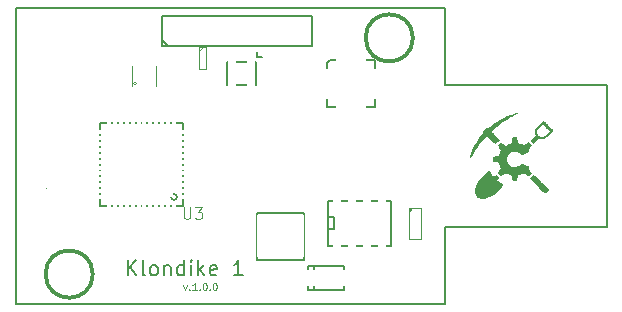
<source format=gto>
G04 (created by PCBNEW (2013-05-16 BZR 4016)-stable) date 11. 1. 2014 1:24:09*
%MOIN*%
G04 Gerber Fmt 3.4, Leading zero omitted, Abs format*
%FSLAX34Y34*%
G01*
G70*
G90*
G04 APERTURE LIST*
%ADD10C,0.00590551*%
%ADD11C,0.00393701*%
%ADD12C,0.00787402*%
%ADD13C,0.005*%
%ADD14C,0.0031*%
%ADD15C,0.003*%
%ADD16C,0.011811*%
%ADD17C,0.0001*%
%ADD18C,0.0079*%
%ADD19C,0.0019685*%
%ADD20C,0.000984252*%
%ADD21R,0.0314961X0.0590551*%
%ADD22R,0.137795X0.102362*%
%ADD23R,0.0255906X0.0334646*%
%ADD24R,0.0433X0.0393*%
%ADD25R,0.0393X0.0433*%
%ADD26R,0.0590551X0.141732*%
%ADD27R,0.0394X0.0315*%
%ADD28R,0.0118X0.0196*%
%ADD29R,0.0196X0.0118*%
%ADD30R,0.212598X0.212598*%
%ADD31R,0.0314961X0.0393701*%
%ADD32R,0.05X0.05*%
%ADD33R,0.0217X0.0118*%
%ADD34R,0.023622X0.019685*%
%ADD35R,0.0275591X0.019685*%
%ADD36R,0.019685X0.0275591*%
%ADD37R,0.0275591X0.0354331*%
%ADD38R,0.0511811X0.0551181*%
%ADD39C,0.11811*%
%ADD40R,0.0787402X0.05*%
%ADD41R,0.0314961X0.0314961*%
%ADD42R,0.110236X0.110236*%
%ADD43R,0.0433071X0.023622*%
%ADD44R,0.023622X0.0433071*%
%ADD45R,0.023622X0.043311*%
%ADD46R,0.0255906X0.0393701*%
%ADD47R,0.0216535X0.0393701*%
G04 APERTURE END LIST*
G54D10*
G54D11*
X26374Y-19897D02*
X26430Y-20054D01*
X26486Y-19897D01*
X26576Y-20032D02*
X26588Y-20043D01*
X26576Y-20054D01*
X26565Y-20043D01*
X26576Y-20032D01*
X26576Y-20054D01*
X26813Y-20054D02*
X26678Y-20054D01*
X26745Y-20054D02*
X26745Y-19818D01*
X26723Y-19852D01*
X26700Y-19874D01*
X26678Y-19885D01*
X26914Y-20032D02*
X26925Y-20043D01*
X26914Y-20054D01*
X26903Y-20043D01*
X26914Y-20032D01*
X26914Y-20054D01*
X27071Y-19818D02*
X27094Y-19818D01*
X27116Y-19829D01*
X27128Y-19840D01*
X27139Y-19863D01*
X27150Y-19908D01*
X27150Y-19964D01*
X27139Y-20009D01*
X27128Y-20032D01*
X27116Y-20043D01*
X27094Y-20054D01*
X27071Y-20054D01*
X27049Y-20043D01*
X27038Y-20032D01*
X27026Y-20009D01*
X27015Y-19964D01*
X27015Y-19908D01*
X27026Y-19863D01*
X27038Y-19840D01*
X27049Y-19829D01*
X27071Y-19818D01*
X27251Y-20032D02*
X27263Y-20043D01*
X27251Y-20054D01*
X27240Y-20043D01*
X27251Y-20032D01*
X27251Y-20054D01*
X27409Y-19818D02*
X27431Y-19818D01*
X27454Y-19829D01*
X27465Y-19840D01*
X27476Y-19863D01*
X27487Y-19908D01*
X27487Y-19964D01*
X27476Y-20009D01*
X27465Y-20032D01*
X27454Y-20043D01*
X27431Y-20054D01*
X27409Y-20054D01*
X27386Y-20043D01*
X27375Y-20032D01*
X27364Y-20009D01*
X27353Y-19964D01*
X27353Y-19908D01*
X27364Y-19863D01*
X27375Y-19840D01*
X27386Y-19829D01*
X27409Y-19818D01*
G54D10*
X20795Y-20510D02*
X20795Y-10667D01*
G54D12*
X25706Y-11750D02*
X25873Y-11917D01*
X28836Y-12281D02*
X28984Y-12281D01*
X28836Y-12114D02*
X28836Y-12281D01*
G54D11*
X26380Y-17293D02*
X26380Y-17612D01*
X26399Y-17649D01*
X26418Y-17668D01*
X26455Y-17687D01*
X26530Y-17687D01*
X26568Y-17668D01*
X26587Y-17649D01*
X26605Y-17612D01*
X26605Y-17293D01*
X26755Y-17293D02*
X26999Y-17293D01*
X26868Y-17443D01*
X26924Y-17443D01*
X26962Y-17462D01*
X26980Y-17480D01*
X26999Y-17518D01*
X26999Y-17612D01*
X26980Y-17649D01*
X26962Y-17668D01*
X26924Y-17687D01*
X26812Y-17687D01*
X26774Y-17668D01*
X26755Y-17649D01*
G54D12*
X24520Y-19570D02*
X24520Y-19070D01*
X24805Y-19570D02*
X24591Y-19285D01*
X24805Y-19070D02*
X24520Y-19356D01*
X25091Y-19570D02*
X25044Y-19546D01*
X25020Y-19499D01*
X25020Y-19070D01*
X25353Y-19570D02*
X25305Y-19546D01*
X25282Y-19523D01*
X25258Y-19475D01*
X25258Y-19332D01*
X25282Y-19285D01*
X25305Y-19261D01*
X25353Y-19237D01*
X25425Y-19237D01*
X25472Y-19261D01*
X25496Y-19285D01*
X25520Y-19332D01*
X25520Y-19475D01*
X25496Y-19523D01*
X25472Y-19546D01*
X25425Y-19570D01*
X25353Y-19570D01*
X25734Y-19237D02*
X25734Y-19570D01*
X25734Y-19285D02*
X25758Y-19261D01*
X25805Y-19237D01*
X25877Y-19237D01*
X25925Y-19261D01*
X25948Y-19308D01*
X25948Y-19570D01*
X26401Y-19570D02*
X26401Y-19070D01*
X26401Y-19546D02*
X26353Y-19570D01*
X26258Y-19570D01*
X26210Y-19546D01*
X26186Y-19523D01*
X26163Y-19475D01*
X26163Y-19332D01*
X26186Y-19285D01*
X26210Y-19261D01*
X26258Y-19237D01*
X26353Y-19237D01*
X26401Y-19261D01*
X26639Y-19570D02*
X26639Y-19237D01*
X26639Y-19070D02*
X26615Y-19094D01*
X26639Y-19118D01*
X26663Y-19094D01*
X26639Y-19070D01*
X26639Y-19118D01*
X26877Y-19570D02*
X26877Y-19070D01*
X26925Y-19380D02*
X27067Y-19570D01*
X27067Y-19237D02*
X26877Y-19427D01*
X27472Y-19546D02*
X27425Y-19570D01*
X27329Y-19570D01*
X27282Y-19546D01*
X27258Y-19499D01*
X27258Y-19308D01*
X27282Y-19261D01*
X27329Y-19237D01*
X27425Y-19237D01*
X27472Y-19261D01*
X27496Y-19308D01*
X27496Y-19356D01*
X27258Y-19404D01*
X28353Y-19570D02*
X28067Y-19570D01*
X28210Y-19570D02*
X28210Y-19070D01*
X28163Y-19142D01*
X28115Y-19189D01*
X28067Y-19213D01*
G54D10*
X35106Y-13206D02*
X35106Y-10667D01*
X40480Y-13206D02*
X35106Y-13206D01*
X35106Y-17970D02*
X35106Y-20510D01*
X40480Y-17970D02*
X35106Y-17970D01*
G54D12*
X20795Y-10667D02*
X35106Y-10667D01*
G54D10*
X40480Y-13206D02*
X40480Y-17970D01*
X35106Y-20510D02*
X20795Y-20510D01*
G54D13*
X31201Y-18532D02*
X31201Y-18582D01*
X31201Y-18582D02*
X33301Y-18582D01*
X33301Y-17082D02*
X31201Y-17082D01*
X31201Y-17082D02*
X31201Y-18532D01*
X31201Y-17632D02*
X31401Y-17632D01*
X31401Y-17632D02*
X31401Y-18032D01*
X31401Y-18032D02*
X31201Y-18032D01*
X33301Y-17082D02*
X33301Y-18582D01*
G54D10*
X28797Y-12449D02*
X27812Y-12449D01*
X27812Y-12449D02*
X27812Y-13236D01*
X27812Y-13236D02*
X28797Y-13236D01*
X28797Y-13236D02*
X28797Y-12449D01*
X30401Y-19053D02*
X30401Y-17478D01*
X30401Y-17478D02*
X28826Y-17478D01*
X28826Y-17478D02*
X28826Y-19053D01*
X28826Y-19053D02*
X30401Y-19053D01*
G54D14*
X34007Y-17389D02*
G75*
G03X34007Y-17389I-62J0D01*
G74*
G01*
X34282Y-18352D02*
X33882Y-18352D01*
X34282Y-17327D02*
X33882Y-17327D01*
X33882Y-18352D02*
X33882Y-17327D01*
X34282Y-17327D02*
X34282Y-18352D01*
G54D13*
X23601Y-14497D02*
X23601Y-17251D01*
X23601Y-17251D02*
X26355Y-17251D01*
X26355Y-17251D02*
X26355Y-14497D01*
X26355Y-14497D02*
X23601Y-14497D01*
X26158Y-16956D02*
G75*
G03X26158Y-16956I-98J0D01*
G74*
G01*
X30678Y-10915D02*
X30678Y-11915D01*
X30678Y-11915D02*
X25675Y-11915D01*
X25675Y-11905D02*
X25675Y-10905D01*
X25675Y-10915D02*
X30678Y-10915D01*
G54D15*
X27015Y-11967D02*
X26897Y-12085D01*
X27133Y-11967D02*
X27133Y-12675D01*
X27133Y-12675D02*
X26897Y-12675D01*
X26897Y-12675D02*
X26897Y-11967D01*
X26897Y-11967D02*
X27133Y-11967D01*
G54D13*
X30731Y-20044D02*
X30731Y-19256D01*
X30534Y-20044D02*
X31716Y-20044D01*
X31716Y-20044D02*
X31716Y-19256D01*
X31716Y-19256D02*
X30534Y-19256D01*
X30534Y-19256D02*
X30534Y-20044D01*
G54D16*
X34023Y-11651D02*
G75*
G03X34023Y-11651I-787J0D01*
G74*
G01*
X23354Y-19525D02*
G75*
G03X23354Y-19525I-787J0D01*
G74*
G01*
G54D17*
G36*
X38385Y-14407D02*
X38391Y-14411D01*
X38405Y-14423D01*
X38425Y-14441D01*
X38450Y-14465D01*
X38478Y-14493D01*
X38510Y-14523D01*
X38516Y-14529D01*
X38350Y-14529D01*
X38269Y-14612D01*
X38235Y-14647D01*
X38209Y-14675D01*
X38190Y-14699D01*
X38177Y-14720D01*
X38169Y-14740D01*
X38165Y-14760D01*
X38163Y-14782D01*
X38163Y-14791D01*
X38168Y-14836D01*
X38185Y-14876D01*
X38212Y-14910D01*
X38248Y-14936D01*
X38259Y-14942D01*
X38290Y-14951D01*
X38327Y-14954D01*
X38363Y-14951D01*
X38395Y-14942D01*
X38406Y-14935D01*
X38424Y-14921D01*
X38446Y-14903D01*
X38471Y-14880D01*
X38496Y-14857D01*
X38521Y-14833D01*
X38544Y-14810D01*
X38563Y-14791D01*
X38576Y-14776D01*
X38581Y-14768D01*
X38581Y-14767D01*
X38577Y-14761D01*
X38565Y-14748D01*
X38547Y-14728D01*
X38523Y-14704D01*
X38496Y-14675D01*
X38466Y-14645D01*
X38350Y-14529D01*
X38516Y-14529D01*
X38542Y-14556D01*
X38575Y-14589D01*
X38607Y-14621D01*
X38636Y-14651D01*
X38663Y-14679D01*
X38684Y-14702D01*
X38700Y-14719D01*
X38709Y-14730D01*
X38710Y-14733D01*
X38706Y-14740D01*
X38694Y-14753D01*
X38676Y-14774D01*
X38652Y-14799D01*
X38624Y-14828D01*
X38592Y-14860D01*
X38589Y-14863D01*
X38552Y-14900D01*
X38522Y-14929D01*
X38498Y-14952D01*
X38478Y-14969D01*
X38462Y-14982D01*
X38448Y-14992D01*
X38435Y-15000D01*
X38424Y-15005D01*
X38402Y-15015D01*
X38384Y-15021D01*
X38365Y-15024D01*
X38341Y-15025D01*
X38326Y-15025D01*
X38293Y-15024D01*
X38269Y-15020D01*
X38249Y-15014D01*
X38243Y-15012D01*
X38215Y-14999D01*
X38127Y-15086D01*
X38040Y-15173D01*
X37992Y-15125D01*
X37945Y-15077D01*
X38032Y-14990D01*
X38061Y-14960D01*
X38083Y-14938D01*
X38098Y-14921D01*
X38108Y-14910D01*
X38113Y-14901D01*
X38114Y-14895D01*
X38112Y-14890D01*
X38111Y-14887D01*
X38096Y-14845D01*
X38090Y-14798D01*
X38095Y-14749D01*
X38110Y-14701D01*
X38116Y-14687D01*
X38124Y-14672D01*
X38133Y-14658D01*
X38144Y-14643D01*
X38159Y-14625D01*
X38179Y-14604D01*
X38205Y-14577D01*
X38238Y-14544D01*
X38257Y-14525D01*
X38288Y-14494D01*
X38317Y-14466D01*
X38343Y-14442D01*
X38363Y-14424D01*
X38378Y-14411D01*
X38384Y-14407D01*
X38385Y-14407D01*
X38385Y-14407D01*
X38385Y-14407D01*
G37*
G36*
X38053Y-16209D02*
X38058Y-16214D01*
X38071Y-16225D01*
X38091Y-16244D01*
X38116Y-16268D01*
X38146Y-16297D01*
X38180Y-16329D01*
X38207Y-16355D01*
X38249Y-16396D01*
X38293Y-16439D01*
X38337Y-16482D01*
X38379Y-16523D01*
X38417Y-16560D01*
X38450Y-16592D01*
X38457Y-16599D01*
X38490Y-16631D01*
X38515Y-16657D01*
X38534Y-16676D01*
X38546Y-16691D01*
X38553Y-16702D01*
X38556Y-16709D01*
X38557Y-16713D01*
X38555Y-16723D01*
X38548Y-16734D01*
X38535Y-16750D01*
X38515Y-16771D01*
X38502Y-16783D01*
X38480Y-16804D01*
X38460Y-16821D01*
X38445Y-16833D01*
X38436Y-16837D01*
X38436Y-16837D01*
X38427Y-16833D01*
X38412Y-16820D01*
X38390Y-16800D01*
X38363Y-16774D01*
X38332Y-16743D01*
X38304Y-16715D01*
X38270Y-16681D01*
X38231Y-16641D01*
X38189Y-16598D01*
X38146Y-16555D01*
X38104Y-16512D01*
X38083Y-16491D01*
X37927Y-16332D01*
X37988Y-16271D01*
X38010Y-16249D01*
X38029Y-16230D01*
X38044Y-16217D01*
X38052Y-16210D01*
X38053Y-16209D01*
X38053Y-16209D01*
X38053Y-16209D01*
G37*
G36*
X37491Y-14960D02*
X37505Y-15036D01*
X37512Y-15076D01*
X37517Y-15106D01*
X37522Y-15128D01*
X37527Y-15142D01*
X37533Y-15151D01*
X37541Y-15157D01*
X37552Y-15161D01*
X37566Y-15164D01*
X37570Y-15165D01*
X37595Y-15173D01*
X37625Y-15184D01*
X37656Y-15197D01*
X37671Y-15204D01*
X37730Y-15232D01*
X37807Y-15179D01*
X37835Y-15161D01*
X37858Y-15146D01*
X37877Y-15134D01*
X37888Y-15127D01*
X37890Y-15127D01*
X37896Y-15131D01*
X37909Y-15142D01*
X37927Y-15158D01*
X37944Y-15175D01*
X37992Y-15224D01*
X37936Y-15305D01*
X37881Y-15386D01*
X37899Y-15414D01*
X37908Y-15431D01*
X37912Y-15443D01*
X37912Y-15447D01*
X37905Y-15450D01*
X37889Y-15458D01*
X37864Y-15468D01*
X37833Y-15481D01*
X37798Y-15496D01*
X37777Y-15505D01*
X37647Y-15559D01*
X37612Y-15521D01*
X37569Y-15483D01*
X37521Y-15456D01*
X37471Y-15440D01*
X37418Y-15434D01*
X37365Y-15441D01*
X37313Y-15458D01*
X37277Y-15478D01*
X37235Y-15512D01*
X37202Y-15553D01*
X37179Y-15599D01*
X37165Y-15649D01*
X37161Y-15701D01*
X37167Y-15752D01*
X37184Y-15803D01*
X37211Y-15850D01*
X37211Y-15851D01*
X37247Y-15889D01*
X37290Y-15920D01*
X37338Y-15942D01*
X37389Y-15954D01*
X37441Y-15955D01*
X37478Y-15949D01*
X37518Y-15936D01*
X37551Y-15920D01*
X37582Y-15897D01*
X37608Y-15873D01*
X37625Y-15856D01*
X37639Y-15843D01*
X37647Y-15835D01*
X37649Y-15834D01*
X37656Y-15836D01*
X37672Y-15843D01*
X37696Y-15852D01*
X37725Y-15864D01*
X37757Y-15877D01*
X37791Y-15891D01*
X37824Y-15905D01*
X37854Y-15918D01*
X37880Y-15929D01*
X37899Y-15938D01*
X37910Y-15943D01*
X37912Y-15943D01*
X37911Y-15951D01*
X37905Y-15965D01*
X37898Y-15976D01*
X37881Y-16005D01*
X37935Y-16084D01*
X37990Y-16164D01*
X37939Y-16215D01*
X37887Y-16266D01*
X37810Y-16213D01*
X37783Y-16195D01*
X37759Y-16179D01*
X37740Y-16167D01*
X37729Y-16161D01*
X37727Y-16160D01*
X37718Y-16163D01*
X37702Y-16171D01*
X37687Y-16178D01*
X37667Y-16188D01*
X37640Y-16200D01*
X37609Y-16211D01*
X37591Y-16218D01*
X37562Y-16227D01*
X37544Y-16234D01*
X37533Y-16240D01*
X37527Y-16246D01*
X37524Y-16254D01*
X37522Y-16259D01*
X37520Y-16274D01*
X37515Y-16297D01*
X37510Y-16325D01*
X37505Y-16355D01*
X37491Y-16431D01*
X37419Y-16431D01*
X37347Y-16431D01*
X37329Y-16336D01*
X37323Y-16303D01*
X37317Y-16274D01*
X37312Y-16252D01*
X37309Y-16239D01*
X37308Y-16236D01*
X37301Y-16232D01*
X37285Y-16225D01*
X37263Y-16218D01*
X37252Y-16214D01*
X37222Y-16203D01*
X37190Y-16189D01*
X37163Y-16175D01*
X37160Y-16174D01*
X37120Y-16150D01*
X37035Y-16208D01*
X36950Y-16266D01*
X36898Y-16216D01*
X36847Y-16165D01*
X36906Y-16079D01*
X36964Y-15994D01*
X36943Y-15952D01*
X36918Y-15898D01*
X36900Y-15846D01*
X36896Y-15831D01*
X36889Y-15806D01*
X36814Y-15792D01*
X36782Y-15786D01*
X36751Y-15780D01*
X36725Y-15775D01*
X36709Y-15771D01*
X36680Y-15765D01*
X36681Y-15694D01*
X36683Y-15623D01*
X36784Y-15604D01*
X36885Y-15585D01*
X36905Y-15529D01*
X36916Y-15499D01*
X36929Y-15468D01*
X36941Y-15442D01*
X36944Y-15436D01*
X36955Y-15413D01*
X36960Y-15397D01*
X36960Y-15390D01*
X36954Y-15382D01*
X36944Y-15367D01*
X36929Y-15344D01*
X36911Y-15318D01*
X36901Y-15304D01*
X36848Y-15226D01*
X36899Y-15175D01*
X36950Y-15124D01*
X37034Y-15181D01*
X37117Y-15238D01*
X37171Y-15211D01*
X37199Y-15197D01*
X37229Y-15184D01*
X37254Y-15175D01*
X37261Y-15172D01*
X37282Y-15166D01*
X37298Y-15159D01*
X37305Y-15155D01*
X37309Y-15147D01*
X37314Y-15129D01*
X37320Y-15103D01*
X37326Y-15072D01*
X37330Y-15054D01*
X37347Y-14960D01*
X37419Y-14960D01*
X37491Y-14960D01*
X37491Y-14960D01*
X37491Y-14960D01*
G37*
G36*
X37544Y-14156D02*
X37554Y-14158D01*
X37555Y-14160D01*
X37554Y-14160D01*
X37544Y-14163D01*
X37526Y-14171D01*
X37500Y-14183D01*
X37468Y-14198D01*
X37433Y-14215D01*
X37396Y-14234D01*
X37359Y-14253D01*
X37323Y-14271D01*
X37291Y-14289D01*
X37264Y-14303D01*
X37254Y-14309D01*
X37147Y-14374D01*
X37037Y-14448D01*
X36928Y-14528D01*
X36821Y-14611D01*
X36721Y-14696D01*
X36687Y-14726D01*
X36647Y-14762D01*
X36665Y-14783D01*
X36674Y-14794D01*
X36690Y-14811D01*
X36712Y-14835D01*
X36738Y-14864D01*
X36768Y-14896D01*
X36799Y-14930D01*
X36915Y-15054D01*
X36846Y-15124D01*
X36776Y-15194D01*
X36757Y-15177D01*
X36746Y-15167D01*
X36728Y-15151D01*
X36705Y-15130D01*
X36679Y-15106D01*
X36662Y-15090D01*
X36631Y-15062D01*
X36599Y-15032D01*
X36569Y-15003D01*
X36543Y-14979D01*
X36535Y-14971D01*
X36485Y-14922D01*
X36416Y-15001D01*
X36302Y-15137D01*
X36198Y-15274D01*
X36104Y-15411D01*
X36018Y-15552D01*
X36005Y-15576D01*
X35989Y-15603D01*
X35978Y-15622D01*
X35968Y-15634D01*
X35959Y-15642D01*
X35947Y-15647D01*
X35940Y-15650D01*
X35924Y-15656D01*
X35913Y-15657D01*
X35911Y-15656D01*
X35913Y-15643D01*
X35918Y-15622D01*
X35924Y-15595D01*
X35932Y-15567D01*
X35941Y-15540D01*
X35946Y-15525D01*
X36003Y-15384D01*
X36071Y-15247D01*
X36151Y-15113D01*
X36241Y-14984D01*
X36335Y-14869D01*
X36374Y-14824D01*
X36360Y-14810D01*
X36347Y-14795D01*
X36359Y-14778D01*
X36371Y-14764D01*
X36388Y-14745D01*
X36409Y-14723D01*
X36432Y-14701D01*
X36455Y-14679D01*
X36477Y-14660D01*
X36494Y-14645D01*
X36507Y-14636D01*
X36511Y-14634D01*
X36525Y-14638D01*
X36533Y-14644D01*
X36538Y-14648D01*
X36545Y-14648D01*
X36553Y-14644D01*
X36567Y-14633D01*
X36587Y-14616D01*
X36595Y-14610D01*
X36702Y-14523D01*
X36815Y-14443D01*
X36931Y-14371D01*
X37051Y-14308D01*
X37170Y-14254D01*
X37290Y-14211D01*
X37408Y-14178D01*
X37446Y-14170D01*
X37478Y-14164D01*
X37506Y-14159D01*
X37529Y-14157D01*
X37543Y-14156D01*
X37544Y-14156D01*
X37544Y-14156D01*
X37544Y-14156D01*
G37*
G36*
X36557Y-16070D02*
X36566Y-16071D01*
X36575Y-16077D01*
X36587Y-16090D01*
X36602Y-16111D01*
X36614Y-16129D01*
X36633Y-16156D01*
X36655Y-16185D01*
X36677Y-16214D01*
X36698Y-16240D01*
X36716Y-16261D01*
X36727Y-16272D01*
X36734Y-16277D01*
X36740Y-16278D01*
X36749Y-16272D01*
X36762Y-16260D01*
X36769Y-16252D01*
X36800Y-16222D01*
X36847Y-16269D01*
X36895Y-16317D01*
X36864Y-16348D01*
X36833Y-16380D01*
X36868Y-16411D01*
X36889Y-16429D01*
X36915Y-16451D01*
X36943Y-16472D01*
X36953Y-16480D01*
X36985Y-16504D01*
X37008Y-16521D01*
X37024Y-16534D01*
X37035Y-16544D01*
X37040Y-16551D01*
X37043Y-16557D01*
X37043Y-16562D01*
X37040Y-16570D01*
X37029Y-16584D01*
X37010Y-16604D01*
X36984Y-16632D01*
X36950Y-16668D01*
X36906Y-16711D01*
X36903Y-16714D01*
X36867Y-16750D01*
X36832Y-16784D01*
X36799Y-16815D01*
X36769Y-16843D01*
X36745Y-16864D01*
X36728Y-16879D01*
X36723Y-16883D01*
X36648Y-16932D01*
X36574Y-16970D01*
X36497Y-16997D01*
X36417Y-17015D01*
X36391Y-17018D01*
X36343Y-17019D01*
X36294Y-17011D01*
X36246Y-16996D01*
X36202Y-16975D01*
X36174Y-16954D01*
X36153Y-16930D01*
X36133Y-16896D01*
X36116Y-16858D01*
X36104Y-16817D01*
X36101Y-16799D01*
X36098Y-16744D01*
X36105Y-16682D01*
X36120Y-16617D01*
X36144Y-16549D01*
X36154Y-16527D01*
X36170Y-16494D01*
X36188Y-16461D01*
X36211Y-16428D01*
X36238Y-16392D01*
X36271Y-16353D01*
X36310Y-16309D01*
X36357Y-16260D01*
X36392Y-16224D01*
X36427Y-16190D01*
X36459Y-16157D01*
X36488Y-16129D01*
X36513Y-16105D01*
X36532Y-16087D01*
X36544Y-16077D01*
X36548Y-16074D01*
X36557Y-16070D01*
X36557Y-16070D01*
X36557Y-16070D01*
G37*
G54D10*
X21779Y-16671D02*
X21769Y-16661D01*
G54D18*
X31277Y-12390D02*
X31178Y-12488D01*
X31178Y-13964D02*
X31178Y-12488D01*
X32753Y-13964D02*
X31178Y-13964D01*
X32753Y-12390D02*
X32753Y-13964D01*
X31277Y-12390D02*
X32753Y-12390D01*
G54D19*
X24821Y-13175D02*
G75*
G03X24821Y-13175I-50J0D01*
G74*
G01*
G54D20*
X25460Y-12478D02*
X24673Y-12478D01*
X24673Y-12478D02*
X24673Y-13384D01*
X24673Y-13384D02*
X25460Y-13384D01*
X25460Y-13384D02*
X25460Y-12478D01*
%LPC*%
G54D21*
X31501Y-16848D03*
X31501Y-18817D03*
X32001Y-16848D03*
X32501Y-16848D03*
X33001Y-16848D03*
X32001Y-18817D03*
X32501Y-18817D03*
X33001Y-18817D03*
G54D22*
X32251Y-17832D03*
G54D23*
X27980Y-13147D03*
X28629Y-13147D03*
X27980Y-12537D03*
X28629Y-12537D03*
G54D24*
X32291Y-19650D03*
X32959Y-19650D03*
G54D25*
X30834Y-16770D03*
X30834Y-17438D03*
X30834Y-18050D03*
X30834Y-18718D03*
X32448Y-16119D03*
X32448Y-15451D03*
G54D24*
X29959Y-15330D03*
X29291Y-15330D03*
X29959Y-14410D03*
X29291Y-14410D03*
G54D26*
X30106Y-18265D03*
X29121Y-18265D03*
G54D25*
X34515Y-16926D03*
X34515Y-16258D03*
X33649Y-18896D03*
X33649Y-19564D03*
G54D27*
X34515Y-17852D03*
X33649Y-18227D03*
X33649Y-17477D03*
G54D28*
X26060Y-17251D03*
X25863Y-17251D03*
X25666Y-17251D03*
X25470Y-17251D03*
X25273Y-17251D03*
X25076Y-17251D03*
X24880Y-17251D03*
X24683Y-17251D03*
X24486Y-17251D03*
X24290Y-17251D03*
X24093Y-17251D03*
X23896Y-17251D03*
G54D29*
X23601Y-16956D03*
X23601Y-16759D03*
X23601Y-16562D03*
X23601Y-16366D03*
X23601Y-16169D03*
X23601Y-15972D03*
X23601Y-15776D03*
X23601Y-15579D03*
X23601Y-15382D03*
X23601Y-15186D03*
X23601Y-14989D03*
X23601Y-14792D03*
G54D28*
X23896Y-14497D03*
X24093Y-14497D03*
X24290Y-14497D03*
X24486Y-14497D03*
X24683Y-14497D03*
X24880Y-14497D03*
X25076Y-14497D03*
X25273Y-14497D03*
X25470Y-14497D03*
X25666Y-14497D03*
X25863Y-14497D03*
X26060Y-14497D03*
G54D29*
X26355Y-14792D03*
X26355Y-14989D03*
X26355Y-15186D03*
X26355Y-15382D03*
X26355Y-15579D03*
X26355Y-15776D03*
X26355Y-15972D03*
X26355Y-16169D03*
X26355Y-16366D03*
X26355Y-16562D03*
X26355Y-16759D03*
X26355Y-16956D03*
G54D30*
X24978Y-15874D03*
G54D25*
X29269Y-12498D03*
X29269Y-13166D03*
G54D31*
X27212Y-15667D03*
X27842Y-15667D03*
G54D32*
X29178Y-11415D03*
X28178Y-11415D03*
X27178Y-11415D03*
X30178Y-11415D03*
X26178Y-11415D03*
G54D33*
X27298Y-12124D03*
X27298Y-12321D03*
X27298Y-12518D03*
X26732Y-12518D03*
X26732Y-12321D03*
X26732Y-12124D03*
G54D34*
X25489Y-18689D03*
X25489Y-18295D03*
G54D35*
X33669Y-13571D03*
X33669Y-13177D03*
G54D36*
X32173Y-11769D03*
X31779Y-11769D03*
X27054Y-13226D03*
X26661Y-13226D03*
X24860Y-11189D03*
X25253Y-11189D03*
X27330Y-16218D03*
X27724Y-16218D03*
X22881Y-14978D03*
X22487Y-14978D03*
G54D35*
X24318Y-18285D03*
X24318Y-18679D03*
X26169Y-13443D03*
X26169Y-13049D03*
G54D36*
X23903Y-13320D03*
X23510Y-13320D03*
X27487Y-15116D03*
X27881Y-15116D03*
X22881Y-16238D03*
X22487Y-16238D03*
X27330Y-16651D03*
X27724Y-16651D03*
G54D35*
X26346Y-18295D03*
X26346Y-18689D03*
X25913Y-18295D03*
X25913Y-18689D03*
G54D36*
X23905Y-13777D03*
X23511Y-13777D03*
G54D35*
X23885Y-18285D03*
X23885Y-18679D03*
G54D37*
X21484Y-17321D03*
X22074Y-17321D03*
X21484Y-17970D03*
X22074Y-17970D03*
X26956Y-13974D03*
X27547Y-13974D03*
X33019Y-14801D03*
X33610Y-14801D03*
X25330Y-11760D03*
X24739Y-11760D03*
X23489Y-11760D03*
X24080Y-11760D03*
X23489Y-12460D03*
X24080Y-12460D03*
X21917Y-12911D03*
X21326Y-12911D03*
X31287Y-15451D03*
X31877Y-15451D03*
X33605Y-15448D03*
X33014Y-15448D03*
X33610Y-16110D03*
X33019Y-16110D03*
G54D38*
X30554Y-19650D03*
X31695Y-19650D03*
G54D37*
X21326Y-12242D03*
X21917Y-12242D03*
G54D39*
X33236Y-11651D03*
X22566Y-19525D03*
G54D40*
X21385Y-15588D03*
X21385Y-14584D03*
X21385Y-16592D03*
G54D41*
X34495Y-13167D03*
X34495Y-13521D03*
X34082Y-13167D03*
X34082Y-13521D03*
G54D42*
X31966Y-13177D03*
G54D43*
X31192Y-12783D03*
X31192Y-12980D03*
X31192Y-13177D03*
X31192Y-13374D03*
X31192Y-13571D03*
G54D44*
X31572Y-13951D03*
X31769Y-13951D03*
X31966Y-13951D03*
X32163Y-13951D03*
X32360Y-13951D03*
G54D43*
X32739Y-13571D03*
X32739Y-13374D03*
X32739Y-13177D03*
X32739Y-12980D03*
X32739Y-12783D03*
G54D45*
X32360Y-12403D03*
X32163Y-12403D03*
X31966Y-12403D03*
X31769Y-12403D03*
X31572Y-12403D03*
G54D46*
X25381Y-13472D03*
X24751Y-13472D03*
G54D47*
X24968Y-13472D03*
X25165Y-13472D03*
X25165Y-12390D03*
X24968Y-12390D03*
G54D46*
X24751Y-12390D03*
X25381Y-12390D03*
M02*

</source>
